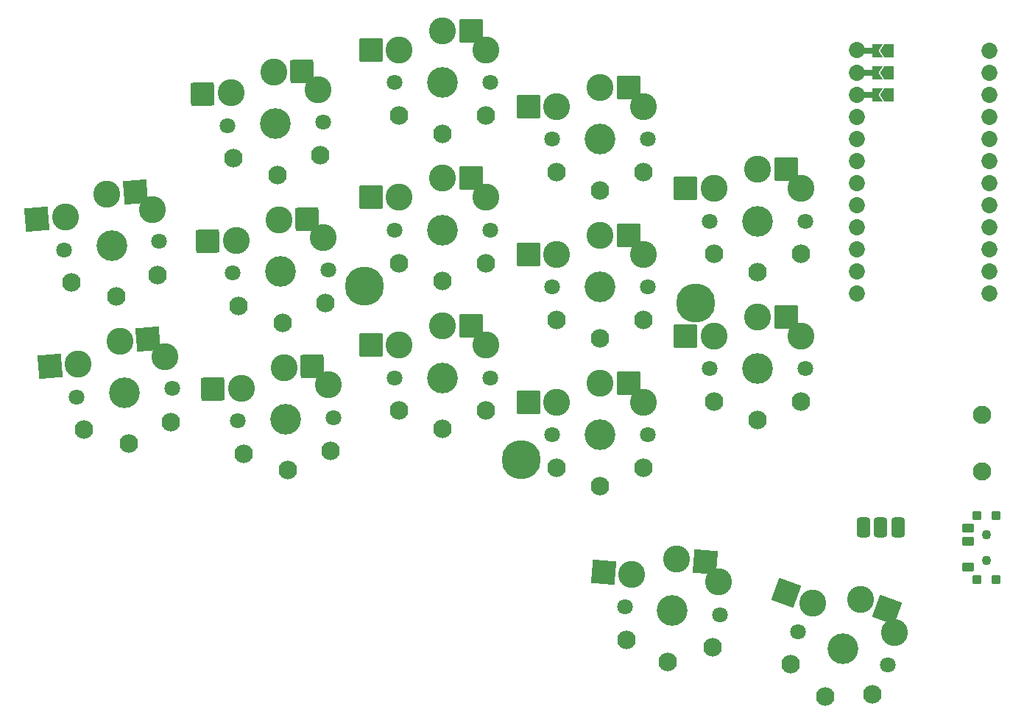
<source format=gts>
%TF.GenerationSoftware,KiCad,Pcbnew,(6.0.4)*%
%TF.CreationDate,2022-06-21T01:29:20+02:00*%
%TF.ProjectId,battoota,62617474-6f6f-4746-912e-6b696361645f,v1.0.0*%
%TF.SameCoordinates,Original*%
%TF.FileFunction,Soldermask,Top*%
%TF.FilePolarity,Negative*%
%FSLAX46Y46*%
G04 Gerber Fmt 4.6, Leading zero omitted, Abs format (unit mm)*
G04 Created by KiCad (PCBNEW (6.0.4)) date 2022-06-21 01:29:20*
%MOMM*%
%LPD*%
G01*
G04 APERTURE LIST*
G04 Aperture macros list*
%AMRoundRect*
0 Rectangle with rounded corners*
0 $1 Rounding radius*
0 $2 $3 $4 $5 $6 $7 $8 $9 X,Y pos of 4 corners*
0 Add a 4 corners polygon primitive as box body*
4,1,4,$2,$3,$4,$5,$6,$7,$8,$9,$2,$3,0*
0 Add four circle primitives for the rounded corners*
1,1,$1+$1,$2,$3*
1,1,$1+$1,$4,$5*
1,1,$1+$1,$6,$7*
1,1,$1+$1,$8,$9*
0 Add four rect primitives between the rounded corners*
20,1,$1+$1,$2,$3,$4,$5,0*
20,1,$1+$1,$4,$5,$6,$7,0*
20,1,$1+$1,$6,$7,$8,$9,0*
20,1,$1+$1,$8,$9,$2,$3,0*%
%AMFreePoly0*
4,1,16,0.535355,0.785355,0.550000,0.750000,0.550000,-0.750000,0.535355,-0.785355,0.500000,-0.800000,-0.650000,-0.800000,-0.685355,-0.785355,-0.700000,-0.750000,-0.691603,-0.722265,-0.210093,0.000000,-0.691603,0.722265,-0.699029,0.759806,-0.677735,0.791603,-0.650000,0.800000,0.500000,0.800000,0.535355,0.785355,0.535355,0.785355,$1*%
%AMFreePoly1*
4,1,16,0.535355,0.785355,0.541603,0.777735,1.041603,0.027735,1.049029,-0.009806,1.041603,-0.027735,0.541603,-0.777735,0.509806,-0.799029,0.500000,-0.800000,-0.500000,-0.800000,-0.535355,-0.785355,-0.550000,-0.750000,-0.550000,0.750000,-0.535355,0.785355,-0.500000,0.800000,0.500000,0.800000,0.535355,0.785355,0.535355,0.785355,$1*%
G04 Aperture macros list end*
%ADD10RoundRect,0.050000X-0.450000X0.450000X-0.450000X-0.450000X0.450000X-0.450000X0.450000X0.450000X0*%
%ADD11RoundRect,0.050000X-0.625000X0.450000X-0.625000X-0.450000X0.625000X-0.450000X0.625000X0.450000X0*%
%ADD12RoundRect,0.425000X-0.375000X-0.750000X0.375000X-0.750000X0.375000X0.750000X-0.375000X0.750000X0*%
%ADD13C,2.100000*%
%ADD14C,1.801800*%
%ADD15C,3.100000*%
%ADD16C,3.529000*%
%ADD17C,2.132000*%
%ADD18RoundRect,0.050000X-1.253839X-1.344577X1.344577X-1.253839X1.253839X1.344577X-1.344577X1.253839X0*%
%ADD19RoundRect,0.050000X-1.300000X-1.300000X1.300000X-1.300000X1.300000X1.300000X-1.300000X1.300000X0*%
%ADD20RoundRect,0.050000X-1.666227X-0.776974X0.776974X-1.666227X1.666227X0.776974X-0.776974X1.666227X0*%
%ADD21C,1.100000*%
%ADD22RoundRect,0.050000X-1.181751X-1.408356X1.408356X-1.181751X1.181751X1.408356X-1.408356X1.181751X0*%
%ADD23RoundRect,0.050000X-1.408356X-1.181751X1.181751X-1.408356X1.408356X1.181751X-1.181751X1.408356X0*%
%ADD24C,1.852600*%
%ADD25FreePoly0,180.000000*%
%ADD26RoundRect,0.050000X-0.762000X0.250000X-0.762000X-0.250000X0.762000X-0.250000X0.762000X0.250000X0*%
%ADD27FreePoly1,180.000000*%
%ADD28C,4.500000*%
G04 APERTURE END LIST*
D10*
%TO.C,T1*%
X157904000Y55990000D03*
X160104000Y63390000D03*
X160104000Y55990000D03*
X157904000Y63390000D03*
D11*
X156929000Y57440000D03*
X156929000Y60440000D03*
X156929000Y61940000D03*
%TD*%
D12*
%TO.C,PAD1*%
X148871860Y62011381D03*
X146871860Y62011381D03*
X144871860Y62011381D03*
%TD*%
D13*
%TO.C,B1*%
X158496000Y74930000D03*
X158496000Y68430000D03*
%TD*%
D14*
%TO.C,S11*%
X71773275Y108266500D03*
D15*
X77062273Y114404822D03*
D16*
X77269925Y108458447D03*
D15*
X82136006Y112380659D03*
X72142098Y112031664D03*
D14*
X82766575Y108650394D03*
D17*
X72405589Y104486264D03*
D18*
X80335277Y114519117D03*
D17*
X82399497Y104835259D03*
X77475832Y102562041D03*
D18*
X68869092Y111917369D03*
%TD*%
D16*
%TO.C,S15*%
X96495817Y96246989D03*
D15*
X96495817Y102196989D03*
D14*
X90995817Y96246989D03*
D15*
X101495817Y99996988D03*
X91495817Y99996988D03*
D14*
X101995817Y96246989D03*
D17*
X91495817Y92446989D03*
X101495817Y92446989D03*
D19*
X99770816Y102196988D03*
X88220816Y99996989D03*
D17*
X96495817Y90346989D03*
%TD*%
D15*
%TO.C,S21*%
X114611087Y95636017D03*
D14*
X109111087Y89686017D03*
X120111087Y89686017D03*
D15*
X109611087Y93436016D03*
X119611087Y93436016D03*
D16*
X114611087Y89686017D03*
D19*
X117886086Y95636016D03*
D17*
X109611087Y85886017D03*
X119611087Y85886017D03*
X114611087Y83786017D03*
D19*
X106336086Y93436017D03*
%TD*%
D14*
%TO.C,S29*%
X138218280Y97278852D03*
D15*
X137718280Y101028851D03*
X127718280Y101028851D03*
D14*
X127218280Y97278852D03*
D16*
X132718280Y97278852D03*
D15*
X132718280Y103228852D03*
D19*
X135993279Y103228851D03*
D17*
X127718280Y93478852D03*
X137718280Y93478852D03*
X132718280Y91378852D03*
D19*
X124443279Y101028852D03*
%TD*%
D15*
%TO.C,S33*%
X148480391Y49902477D03*
D14*
X147667662Y46207620D03*
D15*
X144534373Y53679902D03*
D14*
X137331044Y49969842D03*
D15*
X139083465Y53322678D03*
D16*
X142499353Y48088731D03*
D17*
X145898140Y42807798D03*
D20*
X147611865Y52559786D03*
D17*
X136501213Y46228000D03*
D20*
X136005971Y54442795D03*
D17*
X140481434Y42544545D03*
%TD*%
D16*
%TO.C,S7*%
X78456509Y74479159D03*
D15*
X78248857Y80425534D03*
X73328682Y78052376D03*
X83322590Y78401371D03*
D14*
X72959859Y74287212D03*
X83953159Y74671106D03*
D18*
X81521861Y80539829D03*
D17*
X83586081Y70855971D03*
X73592173Y70506976D03*
X78662416Y68582753D03*
D18*
X70055676Y77938081D03*
%TD*%
D21*
%TO.C,T2*%
X159004000Y61190000D03*
X159004000Y58190000D03*
%TD*%
D14*
%TO.C,S5*%
X52940861Y93963998D03*
D16*
X58419932Y94443355D03*
D14*
X63899003Y94922712D03*
D15*
X57901355Y100370713D03*
X63074072Y98614863D03*
X53112125Y97743305D03*
D17*
X53770150Y90222036D03*
D22*
X61163892Y100656147D03*
D17*
X63732097Y91093594D03*
X58934151Y88565806D03*
D22*
X49849586Y97457871D03*
%TD*%
D16*
%TO.C,S27*%
X132718280Y80278852D03*
D14*
X127218280Y80278852D03*
D15*
X127718280Y84028851D03*
D14*
X138218280Y80278852D03*
D15*
X137718280Y84028851D03*
X132718280Y86228852D03*
D17*
X137718280Y76478852D03*
D19*
X135993279Y86228851D03*
D17*
X127718280Y76478852D03*
X132718280Y74378852D03*
D19*
X124443279Y84028852D03*
%TD*%
D14*
%TO.C,S9*%
X83359867Y91660750D03*
D15*
X82729298Y95391015D03*
D16*
X77863217Y91468803D03*
D15*
X72735390Y95042020D03*
X77655565Y97415178D03*
D14*
X72366567Y91276856D03*
D17*
X72998881Y87496620D03*
X82992789Y87845615D03*
D18*
X80928569Y97529473D03*
X69462384Y94927725D03*
D17*
X78069124Y85572397D03*
%TD*%
D14*
%TO.C,S13*%
X90995817Y79246989D03*
D16*
X96495817Y79246989D03*
D15*
X96495817Y85196989D03*
X91495817Y82996988D03*
D14*
X101995817Y79246989D03*
D15*
X101495817Y82996988D03*
D17*
X91495817Y75446989D03*
D19*
X99770816Y85196988D03*
D17*
X101495817Y75446989D03*
X96495817Y73346989D03*
D19*
X88220816Y82996989D03*
%TD*%
D14*
%TO.C,S17*%
X101995818Y113246989D03*
D15*
X91495818Y116996988D03*
X96495818Y119196989D03*
D16*
X96495818Y113246989D03*
D14*
X90995818Y113246989D03*
D15*
X101495818Y116996988D03*
D17*
X91495818Y109446989D03*
D19*
X99770817Y119196988D03*
D17*
X101495818Y109446989D03*
X96495818Y107346989D03*
D19*
X88220817Y116996989D03*
%TD*%
D14*
%TO.C,S31*%
X128389091Y51952225D03*
D15*
X118255880Y56603090D03*
D14*
X117430949Y52910939D03*
D15*
X128217827Y55731532D03*
X123428597Y58358940D03*
D16*
X122910020Y52431582D03*
D17*
X127559802Y48210263D03*
D23*
X126691133Y58073504D03*
D17*
X117597855Y49081821D03*
X122395801Y46554033D03*
D23*
X114993342Y56888526D03*
%TD*%
D24*
%TO.C,MCU1*%
X159385000Y114343254D03*
D25*
X146401477Y114343254D03*
X146401477Y116883254D03*
D26*
X145476477Y111803254D03*
D24*
X159385000Y111803254D03*
X144145000Y111803254D03*
D26*
X145476477Y116883254D03*
D25*
X146401477Y111803254D03*
D26*
X145476477Y114343254D03*
D24*
X144145000Y116967000D03*
X159385000Y116883254D03*
X144145000Y114343254D03*
D27*
X147851477Y116883254D03*
X147851477Y114343254D03*
X147851477Y111803254D03*
D24*
X144145000Y109263254D03*
X144145000Y106723254D03*
X144145000Y104183254D03*
X144145000Y101643254D03*
X144145000Y99103254D03*
X144145000Y96563254D03*
X144145000Y94023254D03*
X144145000Y91483254D03*
X144145000Y88943254D03*
X159385000Y109263254D03*
X159385000Y106723254D03*
X159385000Y104183254D03*
X159385000Y101643254D03*
X159385000Y99103254D03*
X159385000Y96563254D03*
X159385000Y94023254D03*
X159385000Y91483254D03*
X159385000Y88943254D03*
%TD*%
D14*
%TO.C,S3*%
X65380650Y77987400D03*
D15*
X54593772Y80807993D03*
X59383002Y83435401D03*
X64555719Y81679551D03*
D14*
X54422508Y77028686D03*
D16*
X59901579Y77508043D03*
D17*
X55251797Y73286724D03*
X65213744Y74158282D03*
D22*
X62645539Y83720835D03*
D17*
X60415798Y71630494D03*
D22*
X51331233Y80522559D03*
%TD*%
D28*
%TO.C,REF\u002A\u002A*%
X105551085Y69808481D03*
X125571978Y87835374D03*
X87524192Y89829374D03*
%TD*%
D15*
%TO.C,S23*%
X119611087Y110436016D03*
X109611087Y110436016D03*
X114611087Y112636017D03*
D14*
X109111087Y106686017D03*
D16*
X114611087Y106686017D03*
D14*
X120111087Y106686017D03*
D17*
X109611087Y102886017D03*
X119611087Y102886017D03*
D19*
X117886086Y112636016D03*
X106336086Y110436017D03*
D17*
X114611087Y100786017D03*
%TD*%
D15*
%TO.C,S19*%
X109611087Y76436016D03*
D14*
X120111087Y72686017D03*
X109111087Y72686017D03*
D16*
X114611087Y72686017D03*
D15*
X114611087Y78636017D03*
X119611087Y76436016D03*
D19*
X117886086Y78636016D03*
D17*
X109611087Y68886017D03*
X119611087Y68886017D03*
D19*
X106336086Y76436017D03*
D17*
X114611087Y66786017D03*
%TD*%
M02*

</source>
